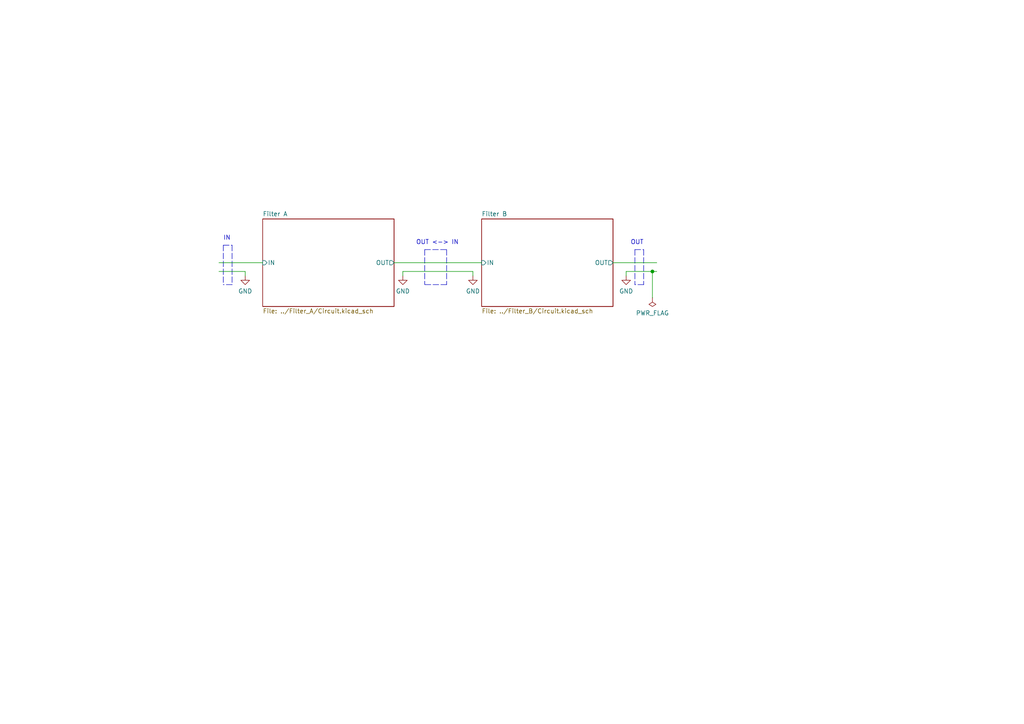
<source format=kicad_sch>
(kicad_sch (version 20211123) (generator eeschema)
  (paper "A4")
  (title_block (title "Filter A + B (Top level)"))
  (lib_symbols
    (symbol "power:GND" (power) (pin_names (offset 0))
      (property "Value" "GND" (at 0 -3.81 0))
      (symbol "GND_0_1"
        (polyline (pts (xy 0 0) (xy 0 -1.27) (xy 1.27 -1.27) (xy 0 -2.54) (xy -1.27 -1.27) (xy 0 -1.27)))
      )
      (symbol "GND_1_1"
        (pin power_in line (at 0 0 270) (length 0) hide (name "GND") (number "1"))
      )
    )
    (symbol "power:PWR_FLAG" (power) (pin_numbers hide) (pin_names (offset 0) hide)
      (property "Value" "PWR_FLAG" (at 0 3.81 0))
      (symbol "PWR_FLAG_0_0"
        (pin power_out line (at 0 0 90) (length 0) (name "pwr") (number "1"))
      )
      (symbol "PWR_FLAG_0_1"
        (polyline (pts (xy 0 0) (xy 0 1.27) (xy -1.016 1.905) (xy 0 2.54) (xy 1.016 1.905) (xy 0 1.27)))
      )
    )
  )
  (junction (at 189.23 78.74))
  (wire (pts (xy 181.61 78.74) (xy 189.23 78.74)))
  (polyline (pts (xy 129.54 82.55) (xy 123.19 82.55)))
  (polyline (pts (xy 129.54 72.39) (xy 129.54 82.55)))
  (wire (pts (xy 71.12 80.01) (xy 71.12 78.74)))
  (wire (pts (xy 114.3 76.2) (xy 139.7 76.2)))
  (wire (pts (xy 181.61 80.01) (xy 181.61 78.74)))
  (wire (pts (xy 177.8 76.2) (xy 190.5 76.2)))
  (polyline (pts (xy 186.69 72.39) (xy 186.69 82.55)))
  (polyline (pts (xy 123.19 72.39) (xy 129.54 72.39)))
  (wire (pts (xy 116.84 78.74) (xy 137.16 78.74)))
  (wire (pts (xy 189.23 78.74) (xy 190.5 78.74)))
  (polyline (pts (xy 64.77 71.12) (xy 67.31 71.12)))
  (polyline (pts (xy 184.15 72.39) (xy 184.15 82.55)))
  (polyline (pts (xy 67.31 71.12) (xy 67.31 82.55)))
  (polyline (pts (xy 123.19 72.39) (xy 123.19 82.55)))
  (polyline (pts (xy 67.31 82.55) (xy 64.77 82.55)))
  (wire (pts (xy 63.5 78.74) (xy 71.12 78.74)))
  (wire (pts (xy 137.16 78.74) (xy 137.16 80.01)))
  (wire (pts (xy 189.23 78.74) (xy 189.23 86.36)))
  (wire (pts (xy 63.5 76.2) (xy 76.2 76.2)))
  (polyline (pts (xy 184.15 72.39) (xy 186.69 72.39)))
  (polyline (pts (xy 186.69 82.55) (xy 184.15 82.55)))
  (wire (pts (xy 116.84 80.01) (xy 116.84 78.74)))
  (polyline (pts (xy 64.77 71.12) (xy 64.77 82.55)))
  (text "OUT <-> IN" (at 120.65 71.12 0) (effects (font (size 1.27 1.27)) (justify left bottom)))
  (text "OUT" (at 182.88 71.12 0) (effects (font (size 1.27 1.27)) (justify left bottom)))
  (text "IN" (at 64.77 69.85 0) (effects (font (size 1.27 1.27)) (justify left bottom)))
  (symbol (lib_id "power:GND") (at 137.16 80.01 0) (unit 1)
    (property "Reference" "#PWR0102" (effects hide))
    (property "Value" "GND" (at 137.16 84.4534 0))
  )
  (symbol (lib_id "power:PWR_FLAG") (at 189.23 86.36 180) (unit 1)
    (property "Reference" "#FLG0101" (effects hide))
    (property "Value" "PWR_FLAG" (at 189.23 90.8034 0))
  )
  (symbol (lib_id "power:GND") (at 181.61 80.01 0) (unit 1)
    (property "Reference" "#PWR0111" (effects hide))
    (property "Value" "GND" (at 181.61 84.4534 0))
  )
  (symbol (lib_id "power:GND") (at 71.12 80.01 0) (unit 1)
    (property "Reference" "#PWR0103" (effects hide))
    (property "Value" "GND" (at 71.12 84.4534 0))
  )
  (symbol (lib_id "power:GND") (at 116.84 80.01 0) (unit 1)
    (property "Reference" "#PWR0101" (effects hide))
    (property "Value" "GND" (at 116.84 84.4534 0))
  )
  (sheet (at 76.2 63.5) (size 38.1 25.4) (stroke (width 0.1524))
    (property "Sheet name" "Filter A" (at 76.2 62.7884 0) (effects (justify left bottom)))
    (property "Sheet file" "../Filter_A/Circuit.kicad_sch" (at 76.2 89.4846 0) (effects (justify left top)))
    (pin "IN" input (at 76.2 76.2 180))
    (pin "OUT" output (at 114.3 76.2 0))
  )
  (sheet (at 139.7 63.5) (size 38.1 25.4) (stroke (width 0.1524))
    (property "Sheet name" "Filter B" (at 139.7 62.7884 0) (effects (justify left bottom)))
    (property "Sheet file" "../Filter_B/Circuit.kicad_sch" (at 139.7 89.4846 0) (effects (justify left top)))
    (pin "IN" input (at 139.7 76.2 180))
    (pin "OUT" output (at 177.8 76.2 0))
  )
)
</source>
